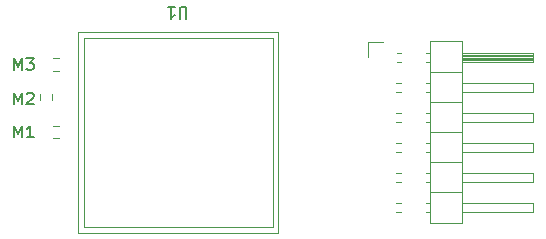
<source format=gbr>
%TF.GenerationSoftware,KiCad,Pcbnew,7.0.4*%
%TF.CreationDate,2023-05-26T13:26:56+02:00*%
%TF.ProjectId,AS4432_868,41533434-3332-45f3-9836-382e6b696361,rev?*%
%TF.SameCoordinates,Original*%
%TF.FileFunction,Legend,Top*%
%TF.FilePolarity,Positive*%
%FSLAX46Y46*%
G04 Gerber Fmt 4.6, Leading zero omitted, Abs format (unit mm)*
G04 Created by KiCad (PCBNEW 7.0.4) date 2023-05-26 13:26:56*
%MOMM*%
%LPD*%
G01*
G04 APERTURE LIST*
%ADD10C,0.150000*%
%ADD11C,0.120000*%
G04 APERTURE END LIST*
D10*
%TO.C,U1*%
X133168404Y-39930180D02*
X133168404Y-39120657D01*
X133168404Y-39120657D02*
X133120785Y-39025419D01*
X133120785Y-39025419D02*
X133073166Y-38977800D01*
X133073166Y-38977800D02*
X132977928Y-38930180D01*
X132977928Y-38930180D02*
X132787452Y-38930180D01*
X132787452Y-38930180D02*
X132692214Y-38977800D01*
X132692214Y-38977800D02*
X132644595Y-39025419D01*
X132644595Y-39025419D02*
X132596976Y-39120657D01*
X132596976Y-39120657D02*
X132596976Y-39930180D01*
X131596976Y-38930180D02*
X132168404Y-38930180D01*
X131882690Y-38930180D02*
X131882690Y-39930180D01*
X131882690Y-39930180D02*
X131977928Y-39787323D01*
X131977928Y-39787323D02*
X132073166Y-39692085D01*
X132073166Y-39692085D02*
X132168404Y-39644466D01*
%TO.C,M1*%
X118570476Y-49984819D02*
X118570476Y-48984819D01*
X118570476Y-48984819D02*
X118903809Y-49699104D01*
X118903809Y-49699104D02*
X119237142Y-48984819D01*
X119237142Y-48984819D02*
X119237142Y-49984819D01*
X120237142Y-49984819D02*
X119665714Y-49984819D01*
X119951428Y-49984819D02*
X119951428Y-48984819D01*
X119951428Y-48984819D02*
X119856190Y-49127676D01*
X119856190Y-49127676D02*
X119760952Y-49222914D01*
X119760952Y-49222914D02*
X119665714Y-49270533D01*
%TO.C,M3*%
X118570476Y-44269819D02*
X118570476Y-43269819D01*
X118570476Y-43269819D02*
X118903809Y-43984104D01*
X118903809Y-43984104D02*
X119237142Y-43269819D01*
X119237142Y-43269819D02*
X119237142Y-44269819D01*
X119618095Y-43269819D02*
X120237142Y-43269819D01*
X120237142Y-43269819D02*
X119903809Y-43650771D01*
X119903809Y-43650771D02*
X120046666Y-43650771D01*
X120046666Y-43650771D02*
X120141904Y-43698390D01*
X120141904Y-43698390D02*
X120189523Y-43746009D01*
X120189523Y-43746009D02*
X120237142Y-43841247D01*
X120237142Y-43841247D02*
X120237142Y-44079342D01*
X120237142Y-44079342D02*
X120189523Y-44174580D01*
X120189523Y-44174580D02*
X120141904Y-44222200D01*
X120141904Y-44222200D02*
X120046666Y-44269819D01*
X120046666Y-44269819D02*
X119760952Y-44269819D01*
X119760952Y-44269819D02*
X119665714Y-44222200D01*
X119665714Y-44222200D02*
X119618095Y-44174580D01*
%TO.C,M2*%
X118570476Y-47189819D02*
X118570476Y-46189819D01*
X118570476Y-46189819D02*
X118903809Y-46904104D01*
X118903809Y-46904104D02*
X119237142Y-46189819D01*
X119237142Y-46189819D02*
X119237142Y-47189819D01*
X119665714Y-46285057D02*
X119713333Y-46237438D01*
X119713333Y-46237438D02*
X119808571Y-46189819D01*
X119808571Y-46189819D02*
X120046666Y-46189819D01*
X120046666Y-46189819D02*
X120141904Y-46237438D01*
X120141904Y-46237438D02*
X120189523Y-46285057D01*
X120189523Y-46285057D02*
X120237142Y-46380295D01*
X120237142Y-46380295D02*
X120237142Y-46475533D01*
X120237142Y-46475533D02*
X120189523Y-46618390D01*
X120189523Y-46618390D02*
X119618095Y-47189819D01*
X119618095Y-47189819D02*
X120237142Y-47189819D01*
D11*
%TO.C,J1*%
X148590000Y-41910000D02*
X149860000Y-41910000D01*
X148590000Y-43180000D02*
X148590000Y-41910000D01*
X150902929Y-45340000D02*
X151357071Y-45340000D01*
X150902929Y-46100000D02*
X151357071Y-46100000D01*
X150902929Y-47880000D02*
X151357071Y-47880000D01*
X150902929Y-48640000D02*
X151357071Y-48640000D01*
X150902929Y-50420000D02*
X151357071Y-50420000D01*
X150902929Y-51180000D02*
X151357071Y-51180000D01*
X150902929Y-52960000D02*
X151357071Y-52960000D01*
X150902929Y-53720000D02*
X151357071Y-53720000D01*
X150902929Y-55500000D02*
X151357071Y-55500000D01*
X150902929Y-56260000D02*
X151357071Y-56260000D01*
X150970000Y-42800000D02*
X151357071Y-42800000D01*
X150970000Y-43560000D02*
X151357071Y-43560000D01*
X153442929Y-42800000D02*
X153840000Y-42800000D01*
X153442929Y-43560000D02*
X153840000Y-43560000D01*
X153442929Y-45340000D02*
X153840000Y-45340000D01*
X153442929Y-46100000D02*
X153840000Y-46100000D01*
X153442929Y-47880000D02*
X153840000Y-47880000D01*
X153442929Y-48640000D02*
X153840000Y-48640000D01*
X153442929Y-50420000D02*
X153840000Y-50420000D01*
X153442929Y-51180000D02*
X153840000Y-51180000D01*
X153442929Y-52960000D02*
X153840000Y-52960000D01*
X153442929Y-53720000D02*
X153840000Y-53720000D01*
X153442929Y-55500000D02*
X153840000Y-55500000D01*
X153442929Y-56260000D02*
X153840000Y-56260000D01*
X153840000Y-41850000D02*
X153840000Y-57210000D01*
X153840000Y-44450000D02*
X156500000Y-44450000D01*
X153840000Y-46990000D02*
X156500000Y-46990000D01*
X153840000Y-49530000D02*
X156500000Y-49530000D01*
X153840000Y-52070000D02*
X156500000Y-52070000D01*
X153840000Y-54610000D02*
X156500000Y-54610000D01*
X153840000Y-57210000D02*
X156500000Y-57210000D01*
X156500000Y-41850000D02*
X153840000Y-41850000D01*
X156500000Y-42800000D02*
X162500000Y-42800000D01*
X156500000Y-42860000D02*
X162500000Y-42860000D01*
X156500000Y-42980000D02*
X162500000Y-42980000D01*
X156500000Y-43100000D02*
X162500000Y-43100000D01*
X156500000Y-43220000D02*
X162500000Y-43220000D01*
X156500000Y-43340000D02*
X162500000Y-43340000D01*
X156500000Y-43460000D02*
X162500000Y-43460000D01*
X156500000Y-45340000D02*
X162500000Y-45340000D01*
X156500000Y-47880000D02*
X162500000Y-47880000D01*
X156500000Y-50420000D02*
X162500000Y-50420000D01*
X156500000Y-52960000D02*
X162500000Y-52960000D01*
X156500000Y-55500000D02*
X162500000Y-55500000D01*
X156500000Y-57210000D02*
X156500000Y-41850000D01*
X162500000Y-42800000D02*
X162500000Y-43560000D01*
X162500000Y-43560000D02*
X156500000Y-43560000D01*
X162500000Y-45340000D02*
X162500000Y-46100000D01*
X162500000Y-46100000D02*
X156500000Y-46100000D01*
X162500000Y-47880000D02*
X162500000Y-48640000D01*
X162500000Y-48640000D02*
X156500000Y-48640000D01*
X162500000Y-50420000D02*
X162500000Y-51180000D01*
X162500000Y-51180000D02*
X156500000Y-51180000D01*
X162500000Y-52960000D02*
X162500000Y-53720000D01*
X162500000Y-53720000D02*
X156500000Y-53720000D01*
X162500000Y-55500000D02*
X162500000Y-56260000D01*
X162500000Y-56260000D02*
X156500000Y-56260000D01*
%TO.C,U1*%
X140970000Y-58045000D02*
X123970000Y-58045000D01*
X123970000Y-58045000D02*
X123970000Y-41045000D01*
X123970000Y-41045000D02*
X140970000Y-41045000D01*
X140970000Y-41045000D02*
X140970000Y-58045000D01*
X140470000Y-57545000D02*
X124470000Y-57545000D01*
X124470000Y-57545000D02*
X124470000Y-41545000D01*
X124470000Y-41545000D02*
X140470000Y-41545000D01*
X140470000Y-41545000D02*
X140470000Y-57545000D01*
%TO.C,M1*%
X121872742Y-49007500D02*
X122347258Y-49007500D01*
X121872742Y-50052500D02*
X122347258Y-50052500D01*
%TO.C,M3*%
X121872742Y-43292500D02*
X122347258Y-43292500D01*
X121872742Y-44337500D02*
X122347258Y-44337500D01*
%TO.C,M2*%
X120762500Y-46782258D02*
X120762500Y-46307742D01*
X121807500Y-46782258D02*
X121807500Y-46307742D01*
%TD*%
M02*

</source>
